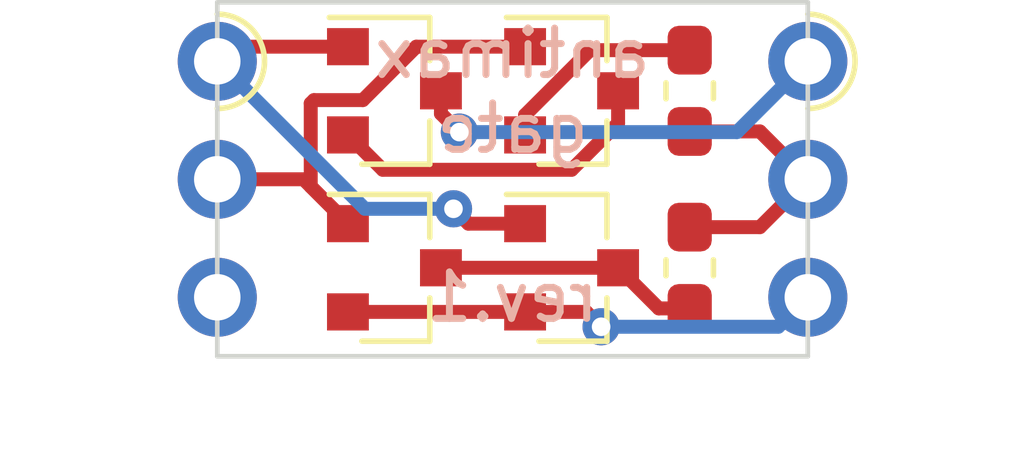
<source format=kicad_pcb>
(kicad_pcb (version 20171130) (host pcbnew 5.1.6)

  (general
    (thickness 1.6)
    (drawings 6)
    (tracks 43)
    (zones 0)
    (modules 8)
    (nets 10)
  )

  (page A4)
  (layers
    (0 F.Cu signal)
    (31 B.Cu signal)
    (32 B.Adhes user)
    (33 F.Adhes user)
    (34 B.Paste user)
    (35 F.Paste user)
    (36 B.SilkS user)
    (37 F.SilkS user)
    (38 B.Mask user)
    (39 F.Mask user)
    (40 Dwgs.User user)
    (41 Cmts.User user)
    (42 Eco1.User user)
    (43 Eco2.User user)
    (44 Edge.Cuts user)
    (45 Margin user)
    (46 B.CrtYd user)
    (47 F.CrtYd user)
    (48 B.Fab user)
    (49 F.Fab user)
  )

  (setup
    (last_trace_width 0.25)
    (user_trace_width 0.3)
    (trace_clearance 0.2)
    (zone_clearance 0.508)
    (zone_45_only no)
    (trace_min 0.2)
    (via_size 0.8)
    (via_drill 0.4)
    (via_min_size 0.4)
    (via_min_drill 0.3)
    (uvia_size 0.3)
    (uvia_drill 0.1)
    (uvias_allowed no)
    (uvia_min_size 0.2)
    (uvia_min_drill 0.1)
    (edge_width 0.05)
    (segment_width 0.2)
    (pcb_text_width 0.3)
    (pcb_text_size 1.5 1.5)
    (mod_edge_width 0.12)
    (mod_text_size 1 1)
    (mod_text_width 0.15)
    (pad_size 1.524 1.524)
    (pad_drill 0.762)
    (pad_to_mask_clearance 0.05)
    (aux_axis_origin 0 0)
    (visible_elements FFFFFF7F)
    (pcbplotparams
      (layerselection 0x010fc_ffffffff)
      (usegerberextensions false)
      (usegerberattributes true)
      (usegerberadvancedattributes true)
      (creategerberjobfile true)
      (excludeedgelayer true)
      (linewidth 0.100000)
      (plotframeref false)
      (viasonmask false)
      (mode 1)
      (useauxorigin false)
      (hpglpennumber 1)
      (hpglpenspeed 20)
      (hpglpendiameter 15.000000)
      (psnegative false)
      (psa4output false)
      (plotreference true)
      (plotvalue true)
      (plotinvisibletext false)
      (padsonsilk false)
      (subtractmaskfromsilk false)
      (outputformat 1)
      (mirror false)
      (drillshape 0)
      (scaleselection 1)
      (outputdirectory ""))
  )

  (net 0 "")
  (net 1 Vss)
  (net 2 Out)
  (net 3 B)
  (net 4 Vdd)
  (net 5 A)
  (net 6 "Net-(Q1-Pad3)")
  (net 7 "Net-(Q2-Pad2)")
  (net 8 "Net-(Q3-Pad2)")
  (net 9 "Net-(J1-Pad3)")

  (net_class Default "This is the default net class."
    (clearance 0.2)
    (trace_width 0.25)
    (via_dia 0.8)
    (via_drill 0.4)
    (uvia_dia 0.3)
    (uvia_drill 0.1)
    (add_net A)
    (add_net B)
    (add_net "Net-(J1-Pad3)")
    (add_net "Net-(Q1-Pad3)")
    (add_net "Net-(Q2-Pad2)")
    (add_net "Net-(Q3-Pad2)")
    (add_net Out)
    (add_net Vdd)
    (add_net Vss)
  )

  (module Castellation:Edge_Castellation_1x03_P2.54 (layer F.Cu) (tedit 5FED63D6) (tstamp 5FE29D0C)
    (at 97.155 55.245)
    (descr "Edge Castellation, 1x03, 2.54mm pitch, single row")
    (tags "Castellation Edge 1x03 2.54mm single row")
    (path /5FE24834)
    (fp_text reference J1 (at 0 -2.54) (layer F.SilkS) hide
      (effects (font (size 1 1) (thickness 0.15)))
    )
    (fp_text value Conn_01x03 (at 0 7.85) (layer F.Fab)
      (effects (font (size 1 1) (thickness 0.15)))
    )
    (fp_line (start -1.27 6.35) (end -1.27 -1.27) (layer F.Fab) (width 0.1))
    (fp_line (start 1.27 6.35) (end -1.27 6.35) (layer F.Fab) (width 0.1))
    (fp_line (start 1.27 -0.635) (end 1.27 6.35) (layer F.Fab) (width 0.1))
    (fp_line (start 0.635 -1.27) (end 1.27 -0.635) (layer F.Fab) (width 0.1))
    (fp_line (start -1.27 -1.27) (end 0.635 -1.27) (layer F.Fab) (width 0.1))
    (fp_text user %R (at 0 2.54 90) (layer F.Fab)
      (effects (font (size 1 1) (thickness 0.15)))
    )
    (fp_arc (start 0 0) (end 0 1.016) (angle -180) (layer F.SilkS) (width 0.12))
    (pad 1 thru_hole oval (at 0 0) (size 1.7 1.7) (drill 1) (layers *.Cu *.Mask)
      (net 5 A))
    (pad 2 thru_hole oval (at 0 2.54) (size 1.7 1.7) (drill 1) (layers *.Cu *.Mask)
      (net 3 B))
    (pad 3 thru_hole oval (at 0 5.08) (size 1.7 1.7) (drill 1) (layers *.Cu *.Mask)
      (net 9 "Net-(J1-Pad3)"))
  )

  (module Castellation:Edge_Castellation_1x03_P2.54 (layer F.Cu) (tedit 5FED63D6) (tstamp 5FE29D1E)
    (at 109.855 55.245)
    (descr "Edge Castellation, 1x03, 2.54mm pitch, single row")
    (tags "Castellation Edge 1x03 2.54mm single row")
    (path /5FE25C8C)
    (fp_text reference J2 (at 0 -2.54) (layer F.SilkS) hide
      (effects (font (size 1 1) (thickness 0.15)))
    )
    (fp_text value Conn_01x03 (at 0 7.85) (layer F.Fab)
      (effects (font (size 1 1) (thickness 0.15)))
    )
    (fp_line (start -1.27 6.35) (end -1.27 -1.27) (layer F.Fab) (width 0.1))
    (fp_line (start 1.27 6.35) (end -1.27 6.35) (layer F.Fab) (width 0.1))
    (fp_line (start 1.27 -0.635) (end 1.27 6.35) (layer F.Fab) (width 0.1))
    (fp_line (start 0.635 -1.27) (end 1.27 -0.635) (layer F.Fab) (width 0.1))
    (fp_line (start -1.27 -1.27) (end 0.635 -1.27) (layer F.Fab) (width 0.1))
    (fp_text user %R (at 0 2.54 90) (layer F.Fab)
      (effects (font (size 1 1) (thickness 0.15)))
    )
    (fp_arc (start 0 0) (end 0 1.016) (angle -180) (layer F.SilkS) (width 0.12))
    (pad 1 thru_hole oval (at 0 0) (size 1.7 1.7) (drill 1) (layers *.Cu *.Mask)
      (net 4 Vdd))
    (pad 2 thru_hole oval (at 0 2.54) (size 1.7 1.7) (drill 1) (layers *.Cu *.Mask)
      (net 2 Out))
    (pad 3 thru_hole oval (at 0 5.08) (size 1.7 1.7) (drill 1) (layers *.Cu *.Mask)
      (net 1 Vss))
  )

  (module Resistor_SMD:R_0603_1608Metric_Pad1.05x0.95mm_HandSolder (layer F.Cu) (tedit 5B301BBD) (tstamp 5FE29D94)
    (at 107.315 59.69 270)
    (descr "Resistor SMD 0603 (1608 Metric), square (rectangular) end terminal, IPC_7351 nominal with elongated pad for handsoldering. (Body size source: http://www.tortai-tech.com/upload/download/2011102023233369053.pdf), generated with kicad-footprint-generator")
    (tags "resistor handsolder")
    (path /5FE26934)
    (attr smd)
    (fp_text reference R2 (at 0 -1.43 90) (layer F.SilkS) hide
      (effects (font (size 1 1) (thickness 0.15)))
    )
    (fp_text value 12k (at 0 1.43 90) (layer F.Fab)
      (effects (font (size 1 1) (thickness 0.15)))
    )
    (fp_line (start -0.8 0.4) (end -0.8 -0.4) (layer F.Fab) (width 0.1))
    (fp_line (start -0.8 -0.4) (end 0.8 -0.4) (layer F.Fab) (width 0.1))
    (fp_line (start 0.8 -0.4) (end 0.8 0.4) (layer F.Fab) (width 0.1))
    (fp_line (start 0.8 0.4) (end -0.8 0.4) (layer F.Fab) (width 0.1))
    (fp_line (start -0.171267 -0.51) (end 0.171267 -0.51) (layer F.SilkS) (width 0.12))
    (fp_line (start -0.171267 0.51) (end 0.171267 0.51) (layer F.SilkS) (width 0.12))
    (fp_line (start -1.65 0.73) (end -1.65 -0.73) (layer F.CrtYd) (width 0.05))
    (fp_line (start -1.65 -0.73) (end 1.65 -0.73) (layer F.CrtYd) (width 0.05))
    (fp_line (start 1.65 -0.73) (end 1.65 0.73) (layer F.CrtYd) (width 0.05))
    (fp_line (start 1.65 0.73) (end -1.65 0.73) (layer F.CrtYd) (width 0.05))
    (fp_text user %R (at 0 0 90) (layer F.Fab)
      (effects (font (size 0.4 0.4) (thickness 0.06)))
    )
    (pad 2 smd roundrect (at 0.875 0 270) (size 1.05 0.95) (layers F.Cu F.Paste F.Mask) (roundrect_rratio 0.25)
      (net 6 "Net-(Q1-Pad3)"))
    (pad 1 smd roundrect (at -0.875 0 270) (size 1.05 0.95) (layers F.Cu F.Paste F.Mask) (roundrect_rratio 0.25)
      (net 2 Out))
    (model ${KISYS3DMOD}/Resistor_SMD.3dshapes/R_0603_1608Metric.wrl
      (at (xyz 0 0 0))
      (scale (xyz 1 1 1))
      (rotate (xyz 0 0 0))
    )
  )

  (module Resistor_SMD:R_0603_1608Metric_Pad1.05x0.95mm_HandSolder (layer F.Cu) (tedit 5B301BBD) (tstamp 5FE29D83)
    (at 107.315 55.88 270)
    (descr "Resistor SMD 0603 (1608 Metric), square (rectangular) end terminal, IPC_7351 nominal with elongated pad for handsoldering. (Body size source: http://www.tortai-tech.com/upload/download/2011102023233369053.pdf), generated with kicad-footprint-generator")
    (tags "resistor handsolder")
    (path /5FDF3FD0)
    (attr smd)
    (fp_text reference R1 (at 0 -1.43 90) (layer F.SilkS) hide
      (effects (font (size 1 1) (thickness 0.15)))
    )
    (fp_text value 12k (at 0 1.43 90) (layer F.Fab)
      (effects (font (size 1 1) (thickness 0.15)))
    )
    (fp_line (start -0.8 0.4) (end -0.8 -0.4) (layer F.Fab) (width 0.1))
    (fp_line (start -0.8 -0.4) (end 0.8 -0.4) (layer F.Fab) (width 0.1))
    (fp_line (start 0.8 -0.4) (end 0.8 0.4) (layer F.Fab) (width 0.1))
    (fp_line (start 0.8 0.4) (end -0.8 0.4) (layer F.Fab) (width 0.1))
    (fp_line (start -0.171267 -0.51) (end 0.171267 -0.51) (layer F.SilkS) (width 0.12))
    (fp_line (start -0.171267 0.51) (end 0.171267 0.51) (layer F.SilkS) (width 0.12))
    (fp_line (start -1.65 0.73) (end -1.65 -0.73) (layer F.CrtYd) (width 0.05))
    (fp_line (start -1.65 -0.73) (end 1.65 -0.73) (layer F.CrtYd) (width 0.05))
    (fp_line (start 1.65 -0.73) (end 1.65 0.73) (layer F.CrtYd) (width 0.05))
    (fp_line (start 1.65 0.73) (end -1.65 0.73) (layer F.CrtYd) (width 0.05))
    (fp_text user %R (at 0 0 90) (layer F.Fab)
      (effects (font (size 0.4 0.4) (thickness 0.06)))
    )
    (pad 2 smd roundrect (at 0.875 0 270) (size 1.05 0.95) (layers F.Cu F.Paste F.Mask) (roundrect_rratio 0.25)
      (net 2 Out))
    (pad 1 smd roundrect (at -0.875 0 270) (size 1.05 0.95) (layers F.Cu F.Paste F.Mask) (roundrect_rratio 0.25)
      (net 8 "Net-(Q3-Pad2)"))
    (model ${KISYS3DMOD}/Resistor_SMD.3dshapes/R_0603_1608Metric.wrl
      (at (xyz 0 0 0))
      (scale (xyz 1 1 1))
      (rotate (xyz 0 0 0))
    )
  )

  (module Package_TO_SOT_SMD:SOT-23 (layer F.Cu) (tedit 5A02FF57) (tstamp 5FE29D72)
    (at 104.775 59.69)
    (descr "SOT-23, Standard")
    (tags SOT-23)
    (path /5FE1F5E9)
    (attr smd)
    (fp_text reference Q4 (at 0 -2.5) (layer F.SilkS) hide
      (effects (font (size 1 1) (thickness 0.15)))
    )
    (fp_text value 2N7002 (at 0 2.5) (layer F.Fab)
      (effects (font (size 1 1) (thickness 0.15)))
    )
    (fp_line (start -0.7 -0.95) (end -0.7 1.5) (layer F.Fab) (width 0.1))
    (fp_line (start -0.15 -1.52) (end 0.7 -1.52) (layer F.Fab) (width 0.1))
    (fp_line (start -0.7 -0.95) (end -0.15 -1.52) (layer F.Fab) (width 0.1))
    (fp_line (start 0.7 -1.52) (end 0.7 1.52) (layer F.Fab) (width 0.1))
    (fp_line (start -0.7 1.52) (end 0.7 1.52) (layer F.Fab) (width 0.1))
    (fp_line (start 0.76 1.58) (end 0.76 0.65) (layer F.SilkS) (width 0.12))
    (fp_line (start 0.76 -1.58) (end 0.76 -0.65) (layer F.SilkS) (width 0.12))
    (fp_line (start -1.7 -1.75) (end 1.7 -1.75) (layer F.CrtYd) (width 0.05))
    (fp_line (start 1.7 -1.75) (end 1.7 1.75) (layer F.CrtYd) (width 0.05))
    (fp_line (start 1.7 1.75) (end -1.7 1.75) (layer F.CrtYd) (width 0.05))
    (fp_line (start -1.7 1.75) (end -1.7 -1.75) (layer F.CrtYd) (width 0.05))
    (fp_line (start 0.76 -1.58) (end -1.4 -1.58) (layer F.SilkS) (width 0.12))
    (fp_line (start 0.76 1.58) (end -0.7 1.58) (layer F.SilkS) (width 0.12))
    (fp_text user %R (at 0 0 90) (layer F.Fab)
      (effects (font (size 0.5 0.5) (thickness 0.075)))
    )
    (pad 3 smd rect (at 1 0) (size 0.9 0.8) (layers F.Cu F.Paste F.Mask)
      (net 6 "Net-(Q1-Pad3)"))
    (pad 2 smd rect (at -1 0.95) (size 0.9 0.8) (layers F.Cu F.Paste F.Mask)
      (net 1 Vss))
    (pad 1 smd rect (at -1 -0.95) (size 0.9 0.8) (layers F.Cu F.Paste F.Mask)
      (net 5 A))
    (model ${KISYS3DMOD}/Package_TO_SOT_SMD.3dshapes/SOT-23.wrl
      (at (xyz 0 0 0))
      (scale (xyz 1 1 1))
      (rotate (xyz 0 0 0))
    )
  )

  (module Package_TO_SOT_SMD:SOT-23 (layer F.Cu) (tedit 5A02FF57) (tstamp 5FE29D5D)
    (at 104.775 55.88)
    (descr "SOT-23, Standard")
    (tags SOT-23)
    (path /5FE1ECAA)
    (attr smd)
    (fp_text reference Q3 (at 0 -2.5) (layer F.SilkS) hide
      (effects (font (size 1 1) (thickness 0.15)))
    )
    (fp_text value BSS84 (at 0 2.5) (layer F.Fab)
      (effects (font (size 1 1) (thickness 0.15)))
    )
    (fp_line (start -0.7 -0.95) (end -0.7 1.5) (layer F.Fab) (width 0.1))
    (fp_line (start -0.15 -1.52) (end 0.7 -1.52) (layer F.Fab) (width 0.1))
    (fp_line (start -0.7 -0.95) (end -0.15 -1.52) (layer F.Fab) (width 0.1))
    (fp_line (start 0.7 -1.52) (end 0.7 1.52) (layer F.Fab) (width 0.1))
    (fp_line (start -0.7 1.52) (end 0.7 1.52) (layer F.Fab) (width 0.1))
    (fp_line (start 0.76 1.58) (end 0.76 0.65) (layer F.SilkS) (width 0.12))
    (fp_line (start 0.76 -1.58) (end 0.76 -0.65) (layer F.SilkS) (width 0.12))
    (fp_line (start -1.7 -1.75) (end 1.7 -1.75) (layer F.CrtYd) (width 0.05))
    (fp_line (start 1.7 -1.75) (end 1.7 1.75) (layer F.CrtYd) (width 0.05))
    (fp_line (start 1.7 1.75) (end -1.7 1.75) (layer F.CrtYd) (width 0.05))
    (fp_line (start -1.7 1.75) (end -1.7 -1.75) (layer F.CrtYd) (width 0.05))
    (fp_line (start 0.76 -1.58) (end -1.4 -1.58) (layer F.SilkS) (width 0.12))
    (fp_line (start 0.76 1.58) (end -0.7 1.58) (layer F.SilkS) (width 0.12))
    (fp_text user %R (at 0 0 90) (layer F.Fab)
      (effects (font (size 0.5 0.5) (thickness 0.075)))
    )
    (pad 3 smd rect (at 1 0) (size 0.9 0.8) (layers F.Cu F.Paste F.Mask)
      (net 7 "Net-(Q2-Pad2)"))
    (pad 2 smd rect (at -1 0.95) (size 0.9 0.8) (layers F.Cu F.Paste F.Mask)
      (net 8 "Net-(Q3-Pad2)"))
    (pad 1 smd rect (at -1 -0.95) (size 0.9 0.8) (layers F.Cu F.Paste F.Mask)
      (net 3 B))
    (model ${KISYS3DMOD}/Package_TO_SOT_SMD.3dshapes/SOT-23.wrl
      (at (xyz 0 0 0))
      (scale (xyz 1 1 1))
      (rotate (xyz 0 0 0))
    )
  )

  (module Package_TO_SOT_SMD:SOT-23 (layer F.Cu) (tedit 5A02FF57) (tstamp 5FE29D48)
    (at 100.965 55.88)
    (descr "SOT-23, Standard")
    (tags SOT-23)
    (path /5FE1D204)
    (attr smd)
    (fp_text reference Q2 (at 0 -2.5) (layer F.SilkS) hide
      (effects (font (size 1 1) (thickness 0.15)))
    )
    (fp_text value BSS84 (at 0 2.5) (layer F.Fab)
      (effects (font (size 1 1) (thickness 0.15)))
    )
    (fp_line (start -0.7 -0.95) (end -0.7 1.5) (layer F.Fab) (width 0.1))
    (fp_line (start -0.15 -1.52) (end 0.7 -1.52) (layer F.Fab) (width 0.1))
    (fp_line (start -0.7 -0.95) (end -0.15 -1.52) (layer F.Fab) (width 0.1))
    (fp_line (start 0.7 -1.52) (end 0.7 1.52) (layer F.Fab) (width 0.1))
    (fp_line (start -0.7 1.52) (end 0.7 1.52) (layer F.Fab) (width 0.1))
    (fp_line (start 0.76 1.58) (end 0.76 0.65) (layer F.SilkS) (width 0.12))
    (fp_line (start 0.76 -1.58) (end 0.76 -0.65) (layer F.SilkS) (width 0.12))
    (fp_line (start -1.7 -1.75) (end 1.7 -1.75) (layer F.CrtYd) (width 0.05))
    (fp_line (start 1.7 -1.75) (end 1.7 1.75) (layer F.CrtYd) (width 0.05))
    (fp_line (start 1.7 1.75) (end -1.7 1.75) (layer F.CrtYd) (width 0.05))
    (fp_line (start -1.7 1.75) (end -1.7 -1.75) (layer F.CrtYd) (width 0.05))
    (fp_line (start 0.76 -1.58) (end -1.4 -1.58) (layer F.SilkS) (width 0.12))
    (fp_line (start 0.76 1.58) (end -0.7 1.58) (layer F.SilkS) (width 0.12))
    (fp_text user %R (at 0 0 90) (layer F.Fab)
      (effects (font (size 0.5 0.5) (thickness 0.075)))
    )
    (pad 3 smd rect (at 1 0) (size 0.9 0.8) (layers F.Cu F.Paste F.Mask)
      (net 4 Vdd))
    (pad 2 smd rect (at -1 0.95) (size 0.9 0.8) (layers F.Cu F.Paste F.Mask)
      (net 7 "Net-(Q2-Pad2)"))
    (pad 1 smd rect (at -1 -0.95) (size 0.9 0.8) (layers F.Cu F.Paste F.Mask)
      (net 5 A))
    (model ${KISYS3DMOD}/Package_TO_SOT_SMD.3dshapes/SOT-23.wrl
      (at (xyz 0 0 0))
      (scale (xyz 1 1 1))
      (rotate (xyz 0 0 0))
    )
  )

  (module Package_TO_SOT_SMD:SOT-23 (layer F.Cu) (tedit 5A02FF57) (tstamp 5FE29D33)
    (at 100.965 59.69)
    (descr "SOT-23, Standard")
    (tags SOT-23)
    (path /5FE2166E)
    (attr smd)
    (fp_text reference Q1 (at 0 -2.5) (layer F.SilkS) hide
      (effects (font (size 1 1) (thickness 0.15)))
    )
    (fp_text value 2N7002 (at 0 2.5) (layer F.Fab)
      (effects (font (size 1 1) (thickness 0.15)))
    )
    (fp_line (start -0.7 -0.95) (end -0.7 1.5) (layer F.Fab) (width 0.1))
    (fp_line (start -0.15 -1.52) (end 0.7 -1.52) (layer F.Fab) (width 0.1))
    (fp_line (start -0.7 -0.95) (end -0.15 -1.52) (layer F.Fab) (width 0.1))
    (fp_line (start 0.7 -1.52) (end 0.7 1.52) (layer F.Fab) (width 0.1))
    (fp_line (start -0.7 1.52) (end 0.7 1.52) (layer F.Fab) (width 0.1))
    (fp_line (start 0.76 1.58) (end 0.76 0.65) (layer F.SilkS) (width 0.12))
    (fp_line (start 0.76 -1.58) (end 0.76 -0.65) (layer F.SilkS) (width 0.12))
    (fp_line (start -1.7 -1.75) (end 1.7 -1.75) (layer F.CrtYd) (width 0.05))
    (fp_line (start 1.7 -1.75) (end 1.7 1.75) (layer F.CrtYd) (width 0.05))
    (fp_line (start 1.7 1.75) (end -1.7 1.75) (layer F.CrtYd) (width 0.05))
    (fp_line (start -1.7 1.75) (end -1.7 -1.75) (layer F.CrtYd) (width 0.05))
    (fp_line (start 0.76 -1.58) (end -1.4 -1.58) (layer F.SilkS) (width 0.12))
    (fp_line (start 0.76 1.58) (end -0.7 1.58) (layer F.SilkS) (width 0.12))
    (fp_text user %R (at 0 0 90) (layer F.Fab)
      (effects (font (size 0.5 0.5) (thickness 0.075)))
    )
    (pad 3 smd rect (at 1 0) (size 0.9 0.8) (layers F.Cu F.Paste F.Mask)
      (net 6 "Net-(Q1-Pad3)"))
    (pad 2 smd rect (at -1 0.95) (size 0.9 0.8) (layers F.Cu F.Paste F.Mask)
      (net 1 Vss))
    (pad 1 smd rect (at -1 -0.95) (size 0.9 0.8) (layers F.Cu F.Paste F.Mask)
      (net 3 B))
    (model ${KISYS3DMOD}/Package_TO_SOT_SMD.3dshapes/SOT-23.wrl
      (at (xyz 0 0 0))
      (scale (xyz 1 1 1))
      (rotate (xyz 0 0 0))
    )
  )

  (gr_text "rev.1\n" (at 103.505 60.325) (layer B.SilkS)
    (effects (font (size 1 1) (thickness 0.15)) (justify mirror))
  )
  (gr_text "antimax\ngate\n" (at 103.505 55.88) (layer B.SilkS)
    (effects (font (size 1 1) (thickness 0.15)) (justify mirror))
  )
  (gr_line (start 109.855 53.975) (end 109.855 61.595) (layer Edge.Cuts) (width 0.1))
  (gr_line (start 97.155 53.975) (end 109.855 53.975) (layer Edge.Cuts) (width 0.1))
  (gr_line (start 97.155 61.595) (end 97.155 53.975) (layer Edge.Cuts) (width 0.1))
  (gr_line (start 109.855 61.595) (end 97.155 61.595) (layer Edge.Cuts) (width 0.1))

  (segment (start 99.965 60.64) (end 103.775 60.64) (width 0.3) (layer F.Cu) (net 1))
  (segment (start 103.775 60.64) (end 105.09 60.64) (width 0.3) (layer F.Cu) (net 1))
  (segment (start 105.09 60.64) (end 105.41 60.96) (width 0.3) (layer F.Cu) (net 1))
  (segment (start 105.41 60.96) (end 105.41 60.96) (width 0.3) (layer F.Cu) (net 1) (tstamp 5FE2A494))
  (via (at 105.41 60.96) (size 0.8) (drill 0.4) (layers F.Cu B.Cu) (net 1) (status 1000000))
  (segment (start 105.41 60.96) (end 109.22 60.96) (width 0.3) (layer B.Cu) (net 1) (status 1000000))
  (segment (start 109.22 60.96) (end 109.855 60.325) (width 0.3) (layer B.Cu) (net 1) (status 1000000))
  (segment (start 108.825 58.815) (end 109.855 57.785) (width 0.3) (layer F.Cu) (net 2))
  (segment (start 107.315 58.815) (end 108.825 58.815) (width 0.3) (layer F.Cu) (net 2))
  (segment (start 108.825 56.755) (end 109.855 57.785) (width 0.3) (layer F.Cu) (net 2) (status 1000000))
  (segment (start 107.315 56.755) (end 108.825 56.755) (width 0.3) (layer F.Cu) (net 2))
  (segment (start 99.164999 57.939999) (end 99.965 58.74) (width 0.3) (layer F.Cu) (net 3))
  (segment (start 99.164999 56.149999) (end 99.164999 57.939999) (width 0.3) (layer F.Cu) (net 3))
  (segment (start 99.234999 56.079999) (end 99.164999 56.149999) (width 0.3) (layer F.Cu) (net 3))
  (segment (start 100.284999 56.079999) (end 99.234999 56.079999) (width 0.3) (layer F.Cu) (net 3))
  (segment (start 101.434998 54.93) (end 100.284999 56.079999) (width 0.3) (layer F.Cu) (net 3))
  (segment (start 103.775 54.93) (end 101.434998 54.93) (width 0.3) (layer F.Cu) (net 3))
  (segment (start 99.01 57.785) (end 99.965 58.74) (width 0.3) (layer F.Cu) (net 3))
  (segment (start 97.155 57.785) (end 99.01 57.785) (width 0.3) (layer F.Cu) (net 3))
  (segment (start 101.965 55.88) (end 101.965 56.372) (width 0.3) (layer F.Cu) (net 4))
  (segment (start 101.965 56.372) (end 102.362 56.769) (width 0.3) (layer F.Cu) (net 4))
  (segment (start 102.362 56.769) (end 102.362 56.769) (width 0.3) (layer F.Cu) (net 4) (tstamp 5FE2A4FD))
  (via (at 102.362 56.769) (size 0.8) (drill 0.4) (layers F.Cu B.Cu) (net 4) (status 1000000))
  (segment (start 102.362 56.769) (end 108.331 56.769) (width 0.3) (layer B.Cu) (net 4) (status 1000000))
  (segment (start 108.331 56.769) (end 109.855 55.245) (width 0.3) (layer B.Cu) (net 4) (status 1000000))
  (segment (start 97.47 54.93) (end 97.155 55.245) (width 0.3) (layer F.Cu) (net 5))
  (segment (start 103.775 58.74) (end 102.555 58.74) (width 0.3) (layer F.Cu) (net 5))
  (segment (start 102.555 58.74) (end 102.235 58.42) (width 0.3) (layer F.Cu) (net 5))
  (segment (start 102.235 58.42) (end 102.235 58.42) (width 0.3) (layer F.Cu) (net 5) (tstamp 5FE2A471))
  (segment (start 99.965 54.93) (end 97.47 54.93) (width 0.3) (layer F.Cu) (net 5))
  (segment (start 102.235 58.42) (end 100.33 58.42) (width 0.3) (layer B.Cu) (net 5) (status 1000000))
  (via (at 102.235 58.42) (size 0.8) (drill 0.4) (layers F.Cu B.Cu) (net 5) (status 1000000))
  (segment (start 100.33 58.42) (end 97.155 55.245) (width 0.3) (layer B.Cu) (net 5) (status 1000000))
  (segment (start 106.65 60.565) (end 105.775 59.69) (width 0.3) (layer F.Cu) (net 6))
  (segment (start 107.315 60.565) (end 106.65 60.565) (width 0.3) (layer F.Cu) (net 6))
  (segment (start 105.775 59.69) (end 101.965 59.69) (width 0.3) (layer F.Cu) (net 6))
  (segment (start 100.715001 57.580001) (end 104.774999 57.580001) (width 0.3) (layer F.Cu) (net 7))
  (segment (start 105.775 56.58) (end 105.775 55.88) (width 0.3) (layer F.Cu) (net 7))
  (segment (start 99.965 56.83) (end 100.715001 57.580001) (width 0.3) (layer F.Cu) (net 7))
  (segment (start 104.774999 57.580001) (end 105.775 56.58) (width 0.3) (layer F.Cu) (net 7))
  (segment (start 105.169998 55.005) (end 107.315 55.005) (width 0.3) (layer F.Cu) (net 8))
  (segment (start 103.775 56.399998) (end 105.169998 55.005) (width 0.3) (layer F.Cu) (net 8))
  (segment (start 103.775 56.83) (end 103.775 56.399998) (width 0.3) (layer F.Cu) (net 8))

)

</source>
